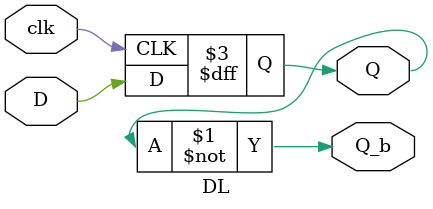
<source format=v>
module DL
(
	input D , clk,
	output reg Q , 
	output Q_b
);
	assign Q_b = ~Q;
	always @(posedge clk) begin
		Q <= D;
	end
endmodule

</source>
